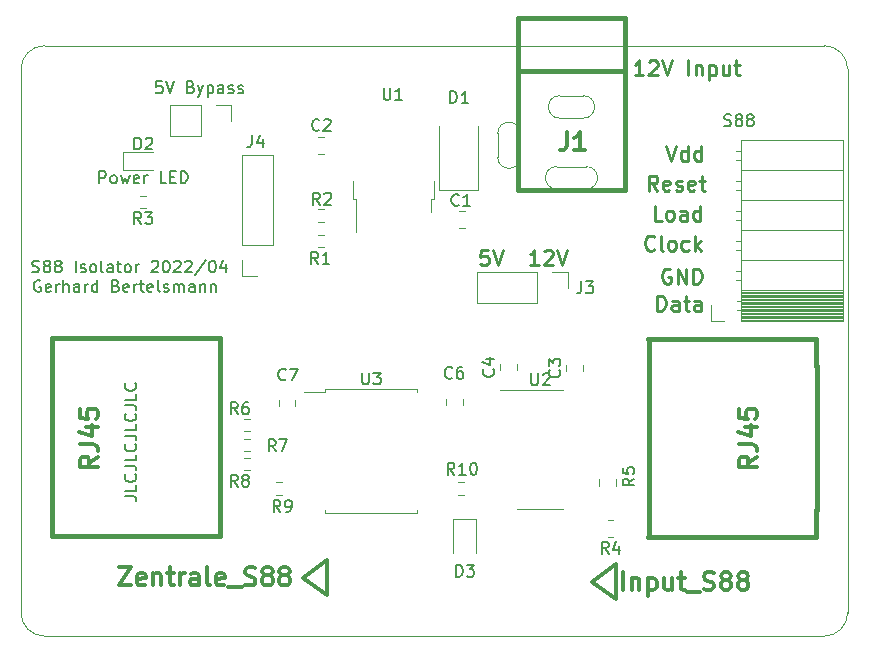
<source format=gto>
G04 #@! TF.GenerationSoftware,KiCad,Pcbnew,5.1.12-84ad8e8a86~92~ubuntu20.04.1*
G04 #@! TF.CreationDate,2022-04-03T14:17:38+02:00*
G04 #@! TF.ProjectId,s88iso,73383869-736f-42e6-9b69-6361645f7063,2020/08*
G04 #@! TF.SameCoordinates,Original*
G04 #@! TF.FileFunction,Legend,Top*
G04 #@! TF.FilePolarity,Positive*
%FSLAX46Y46*%
G04 Gerber Fmt 4.6, Leading zero omitted, Abs format (unit mm)*
G04 Created by KiCad (PCBNEW 5.1.12-84ad8e8a86~92~ubuntu20.04.1) date 2022-04-03 14:17:38*
%MOMM*%
%LPD*%
G01*
G04 APERTURE LIST*
%ADD10C,0.200000*%
%ADD11C,0.150000*%
%ADD12C,0.254000*%
%ADD13C,0.300000*%
G04 #@! TA.AperFunction,Profile*
%ADD14C,0.050000*%
G04 #@! TD*
%ADD15C,0.120000*%
%ADD16C,0.381000*%
%ADD17C,0.100000*%
%ADD18C,0.304800*%
G04 APERTURE END LIST*
D10*
X108773980Y-118157047D02*
X109488266Y-118157047D01*
X109631123Y-118204666D01*
X109726361Y-118299904D01*
X109773980Y-118442761D01*
X109773980Y-118538000D01*
X109773980Y-117204666D02*
X109773980Y-117680857D01*
X108773980Y-117680857D01*
X109678742Y-116299904D02*
X109726361Y-116347523D01*
X109773980Y-116490380D01*
X109773980Y-116585619D01*
X109726361Y-116728476D01*
X109631123Y-116823714D01*
X109535885Y-116871333D01*
X109345409Y-116918952D01*
X109202552Y-116918952D01*
X109012076Y-116871333D01*
X108916838Y-116823714D01*
X108821600Y-116728476D01*
X108773980Y-116585619D01*
X108773980Y-116490380D01*
X108821600Y-116347523D01*
X108869219Y-116299904D01*
X108773980Y-115585619D02*
X109488266Y-115585619D01*
X109631123Y-115633238D01*
X109726361Y-115728476D01*
X109773980Y-115871333D01*
X109773980Y-115966571D01*
X109773980Y-114633238D02*
X109773980Y-115109428D01*
X108773980Y-115109428D01*
X109678742Y-113728476D02*
X109726361Y-113776095D01*
X109773980Y-113918952D01*
X109773980Y-114014190D01*
X109726361Y-114157047D01*
X109631123Y-114252285D01*
X109535885Y-114299904D01*
X109345409Y-114347523D01*
X109202552Y-114347523D01*
X109012076Y-114299904D01*
X108916838Y-114252285D01*
X108821600Y-114157047D01*
X108773980Y-114014190D01*
X108773980Y-113918952D01*
X108821600Y-113776095D01*
X108869219Y-113728476D01*
X108773980Y-113014190D02*
X109488266Y-113014190D01*
X109631123Y-113061809D01*
X109726361Y-113157047D01*
X109773980Y-113299904D01*
X109773980Y-113395142D01*
X109773980Y-112061809D02*
X109773980Y-112538000D01*
X108773980Y-112538000D01*
X109678742Y-111157047D02*
X109726361Y-111204666D01*
X109773980Y-111347523D01*
X109773980Y-111442761D01*
X109726361Y-111585619D01*
X109631123Y-111680857D01*
X109535885Y-111728476D01*
X109345409Y-111776095D01*
X109202552Y-111776095D01*
X109012076Y-111728476D01*
X108916838Y-111680857D01*
X108821600Y-111585619D01*
X108773980Y-111442761D01*
X108773980Y-111347523D01*
X108821600Y-111204666D01*
X108869219Y-111157047D01*
X108773980Y-110442761D02*
X109488266Y-110442761D01*
X109631123Y-110490380D01*
X109726361Y-110585619D01*
X109773980Y-110728476D01*
X109773980Y-110823714D01*
X109773980Y-109490380D02*
X109773980Y-109966571D01*
X108773980Y-109966571D01*
X109678742Y-108585619D02*
X109726361Y-108633238D01*
X109773980Y-108776095D01*
X109773980Y-108871333D01*
X109726361Y-109014190D01*
X109631123Y-109109428D01*
X109535885Y-109157047D01*
X109345409Y-109204666D01*
X109202552Y-109204666D01*
X109012076Y-109157047D01*
X108916838Y-109109428D01*
X108821600Y-109014190D01*
X108773980Y-108871333D01*
X108773980Y-108776095D01*
X108821600Y-108633238D01*
X108869219Y-108585619D01*
D11*
X100956504Y-99147761D02*
X101099361Y-99195380D01*
X101337457Y-99195380D01*
X101432695Y-99147761D01*
X101480314Y-99100142D01*
X101527933Y-99004904D01*
X101527933Y-98909666D01*
X101480314Y-98814428D01*
X101432695Y-98766809D01*
X101337457Y-98719190D01*
X101146980Y-98671571D01*
X101051742Y-98623952D01*
X101004123Y-98576333D01*
X100956504Y-98481095D01*
X100956504Y-98385857D01*
X101004123Y-98290619D01*
X101051742Y-98243000D01*
X101146980Y-98195380D01*
X101385076Y-98195380D01*
X101527933Y-98243000D01*
X102099361Y-98623952D02*
X102004123Y-98576333D01*
X101956504Y-98528714D01*
X101908885Y-98433476D01*
X101908885Y-98385857D01*
X101956504Y-98290619D01*
X102004123Y-98243000D01*
X102099361Y-98195380D01*
X102289838Y-98195380D01*
X102385076Y-98243000D01*
X102432695Y-98290619D01*
X102480314Y-98385857D01*
X102480314Y-98433476D01*
X102432695Y-98528714D01*
X102385076Y-98576333D01*
X102289838Y-98623952D01*
X102099361Y-98623952D01*
X102004123Y-98671571D01*
X101956504Y-98719190D01*
X101908885Y-98814428D01*
X101908885Y-99004904D01*
X101956504Y-99100142D01*
X102004123Y-99147761D01*
X102099361Y-99195380D01*
X102289838Y-99195380D01*
X102385076Y-99147761D01*
X102432695Y-99100142D01*
X102480314Y-99004904D01*
X102480314Y-98814428D01*
X102432695Y-98719190D01*
X102385076Y-98671571D01*
X102289838Y-98623952D01*
X103051742Y-98623952D02*
X102956504Y-98576333D01*
X102908885Y-98528714D01*
X102861266Y-98433476D01*
X102861266Y-98385857D01*
X102908885Y-98290619D01*
X102956504Y-98243000D01*
X103051742Y-98195380D01*
X103242219Y-98195380D01*
X103337457Y-98243000D01*
X103385076Y-98290619D01*
X103432695Y-98385857D01*
X103432695Y-98433476D01*
X103385076Y-98528714D01*
X103337457Y-98576333D01*
X103242219Y-98623952D01*
X103051742Y-98623952D01*
X102956504Y-98671571D01*
X102908885Y-98719190D01*
X102861266Y-98814428D01*
X102861266Y-99004904D01*
X102908885Y-99100142D01*
X102956504Y-99147761D01*
X103051742Y-99195380D01*
X103242219Y-99195380D01*
X103337457Y-99147761D01*
X103385076Y-99100142D01*
X103432695Y-99004904D01*
X103432695Y-98814428D01*
X103385076Y-98719190D01*
X103337457Y-98671571D01*
X103242219Y-98623952D01*
X104623171Y-99195380D02*
X104623171Y-98195380D01*
X105051742Y-99147761D02*
X105146980Y-99195380D01*
X105337457Y-99195380D01*
X105432695Y-99147761D01*
X105480314Y-99052523D01*
X105480314Y-99004904D01*
X105432695Y-98909666D01*
X105337457Y-98862047D01*
X105194600Y-98862047D01*
X105099361Y-98814428D01*
X105051742Y-98719190D01*
X105051742Y-98671571D01*
X105099361Y-98576333D01*
X105194600Y-98528714D01*
X105337457Y-98528714D01*
X105432695Y-98576333D01*
X106051742Y-99195380D02*
X105956504Y-99147761D01*
X105908885Y-99100142D01*
X105861266Y-99004904D01*
X105861266Y-98719190D01*
X105908885Y-98623952D01*
X105956504Y-98576333D01*
X106051742Y-98528714D01*
X106194600Y-98528714D01*
X106289838Y-98576333D01*
X106337457Y-98623952D01*
X106385076Y-98719190D01*
X106385076Y-99004904D01*
X106337457Y-99100142D01*
X106289838Y-99147761D01*
X106194600Y-99195380D01*
X106051742Y-99195380D01*
X106956504Y-99195380D02*
X106861266Y-99147761D01*
X106813647Y-99052523D01*
X106813647Y-98195380D01*
X107766028Y-99195380D02*
X107766028Y-98671571D01*
X107718409Y-98576333D01*
X107623171Y-98528714D01*
X107432695Y-98528714D01*
X107337457Y-98576333D01*
X107766028Y-99147761D02*
X107670790Y-99195380D01*
X107432695Y-99195380D01*
X107337457Y-99147761D01*
X107289838Y-99052523D01*
X107289838Y-98957285D01*
X107337457Y-98862047D01*
X107432695Y-98814428D01*
X107670790Y-98814428D01*
X107766028Y-98766809D01*
X108099361Y-98528714D02*
X108480314Y-98528714D01*
X108242219Y-98195380D02*
X108242219Y-99052523D01*
X108289838Y-99147761D01*
X108385076Y-99195380D01*
X108480314Y-99195380D01*
X108956504Y-99195380D02*
X108861266Y-99147761D01*
X108813647Y-99100142D01*
X108766028Y-99004904D01*
X108766028Y-98719190D01*
X108813647Y-98623952D01*
X108861266Y-98576333D01*
X108956504Y-98528714D01*
X109099361Y-98528714D01*
X109194600Y-98576333D01*
X109242219Y-98623952D01*
X109289838Y-98719190D01*
X109289838Y-99004904D01*
X109242219Y-99100142D01*
X109194600Y-99147761D01*
X109099361Y-99195380D01*
X108956504Y-99195380D01*
X109718409Y-99195380D02*
X109718409Y-98528714D01*
X109718409Y-98719190D02*
X109766028Y-98623952D01*
X109813647Y-98576333D01*
X109908885Y-98528714D01*
X110004123Y-98528714D01*
X111051742Y-98290619D02*
X111099361Y-98243000D01*
X111194600Y-98195380D01*
X111432695Y-98195380D01*
X111527933Y-98243000D01*
X111575552Y-98290619D01*
X111623171Y-98385857D01*
X111623171Y-98481095D01*
X111575552Y-98623952D01*
X111004123Y-99195380D01*
X111623171Y-99195380D01*
X112242219Y-98195380D02*
X112337457Y-98195380D01*
X112432695Y-98243000D01*
X112480314Y-98290619D01*
X112527933Y-98385857D01*
X112575552Y-98576333D01*
X112575552Y-98814428D01*
X112527933Y-99004904D01*
X112480314Y-99100142D01*
X112432695Y-99147761D01*
X112337457Y-99195380D01*
X112242219Y-99195380D01*
X112146980Y-99147761D01*
X112099361Y-99100142D01*
X112051742Y-99004904D01*
X112004123Y-98814428D01*
X112004123Y-98576333D01*
X112051742Y-98385857D01*
X112099361Y-98290619D01*
X112146980Y-98243000D01*
X112242219Y-98195380D01*
X112956504Y-98290619D02*
X113004123Y-98243000D01*
X113099361Y-98195380D01*
X113337457Y-98195380D01*
X113432695Y-98243000D01*
X113480314Y-98290619D01*
X113527933Y-98385857D01*
X113527933Y-98481095D01*
X113480314Y-98623952D01*
X112908885Y-99195380D01*
X113527933Y-99195380D01*
X113908885Y-98290619D02*
X113956504Y-98243000D01*
X114051742Y-98195380D01*
X114289838Y-98195380D01*
X114385076Y-98243000D01*
X114432695Y-98290619D01*
X114480314Y-98385857D01*
X114480314Y-98481095D01*
X114432695Y-98623952D01*
X113861266Y-99195380D01*
X114480314Y-99195380D01*
X115623171Y-98147761D02*
X114766028Y-99433476D01*
X116146980Y-98195380D02*
X116242219Y-98195380D01*
X116337457Y-98243000D01*
X116385076Y-98290619D01*
X116432695Y-98385857D01*
X116480314Y-98576333D01*
X116480314Y-98814428D01*
X116432695Y-99004904D01*
X116385076Y-99100142D01*
X116337457Y-99147761D01*
X116242219Y-99195380D01*
X116146980Y-99195380D01*
X116051742Y-99147761D01*
X116004123Y-99100142D01*
X115956504Y-99004904D01*
X115908885Y-98814428D01*
X115908885Y-98576333D01*
X115956504Y-98385857D01*
X116004123Y-98290619D01*
X116051742Y-98243000D01*
X116146980Y-98195380D01*
X117337457Y-98528714D02*
X117337457Y-99195380D01*
X117099361Y-98147761D02*
X116861266Y-98862047D01*
X117480314Y-98862047D01*
X101646980Y-99893000D02*
X101551742Y-99845380D01*
X101408885Y-99845380D01*
X101266028Y-99893000D01*
X101170790Y-99988238D01*
X101123171Y-100083476D01*
X101075552Y-100273952D01*
X101075552Y-100416809D01*
X101123171Y-100607285D01*
X101170790Y-100702523D01*
X101266028Y-100797761D01*
X101408885Y-100845380D01*
X101504123Y-100845380D01*
X101646980Y-100797761D01*
X101694600Y-100750142D01*
X101694600Y-100416809D01*
X101504123Y-100416809D01*
X102504123Y-100797761D02*
X102408885Y-100845380D01*
X102218409Y-100845380D01*
X102123171Y-100797761D01*
X102075552Y-100702523D01*
X102075552Y-100321571D01*
X102123171Y-100226333D01*
X102218409Y-100178714D01*
X102408885Y-100178714D01*
X102504123Y-100226333D01*
X102551742Y-100321571D01*
X102551742Y-100416809D01*
X102075552Y-100512047D01*
X102980314Y-100845380D02*
X102980314Y-100178714D01*
X102980314Y-100369190D02*
X103027933Y-100273952D01*
X103075552Y-100226333D01*
X103170790Y-100178714D01*
X103266028Y-100178714D01*
X103599361Y-100845380D02*
X103599361Y-99845380D01*
X104027933Y-100845380D02*
X104027933Y-100321571D01*
X103980314Y-100226333D01*
X103885076Y-100178714D01*
X103742219Y-100178714D01*
X103646980Y-100226333D01*
X103599361Y-100273952D01*
X104932695Y-100845380D02*
X104932695Y-100321571D01*
X104885076Y-100226333D01*
X104789838Y-100178714D01*
X104599361Y-100178714D01*
X104504123Y-100226333D01*
X104932695Y-100797761D02*
X104837457Y-100845380D01*
X104599361Y-100845380D01*
X104504123Y-100797761D01*
X104456504Y-100702523D01*
X104456504Y-100607285D01*
X104504123Y-100512047D01*
X104599361Y-100464428D01*
X104837457Y-100464428D01*
X104932695Y-100416809D01*
X105408885Y-100845380D02*
X105408885Y-100178714D01*
X105408885Y-100369190D02*
X105456504Y-100273952D01*
X105504123Y-100226333D01*
X105599361Y-100178714D01*
X105694600Y-100178714D01*
X106456504Y-100845380D02*
X106456504Y-99845380D01*
X106456504Y-100797761D02*
X106361266Y-100845380D01*
X106170790Y-100845380D01*
X106075552Y-100797761D01*
X106027933Y-100750142D01*
X105980314Y-100654904D01*
X105980314Y-100369190D01*
X106027933Y-100273952D01*
X106075552Y-100226333D01*
X106170790Y-100178714D01*
X106361266Y-100178714D01*
X106456504Y-100226333D01*
X108027933Y-100321571D02*
X108170790Y-100369190D01*
X108218409Y-100416809D01*
X108266028Y-100512047D01*
X108266028Y-100654904D01*
X108218409Y-100750142D01*
X108170790Y-100797761D01*
X108075552Y-100845380D01*
X107694600Y-100845380D01*
X107694600Y-99845380D01*
X108027933Y-99845380D01*
X108123171Y-99893000D01*
X108170790Y-99940619D01*
X108218409Y-100035857D01*
X108218409Y-100131095D01*
X108170790Y-100226333D01*
X108123171Y-100273952D01*
X108027933Y-100321571D01*
X107694600Y-100321571D01*
X109075552Y-100797761D02*
X108980314Y-100845380D01*
X108789838Y-100845380D01*
X108694600Y-100797761D01*
X108646980Y-100702523D01*
X108646980Y-100321571D01*
X108694600Y-100226333D01*
X108789838Y-100178714D01*
X108980314Y-100178714D01*
X109075552Y-100226333D01*
X109123171Y-100321571D01*
X109123171Y-100416809D01*
X108646980Y-100512047D01*
X109551742Y-100845380D02*
X109551742Y-100178714D01*
X109551742Y-100369190D02*
X109599361Y-100273952D01*
X109646980Y-100226333D01*
X109742219Y-100178714D01*
X109837457Y-100178714D01*
X110027933Y-100178714D02*
X110408885Y-100178714D01*
X110170790Y-99845380D02*
X110170790Y-100702523D01*
X110218409Y-100797761D01*
X110313647Y-100845380D01*
X110408885Y-100845380D01*
X111123171Y-100797761D02*
X111027933Y-100845380D01*
X110837457Y-100845380D01*
X110742219Y-100797761D01*
X110694600Y-100702523D01*
X110694600Y-100321571D01*
X110742219Y-100226333D01*
X110837457Y-100178714D01*
X111027933Y-100178714D01*
X111123171Y-100226333D01*
X111170790Y-100321571D01*
X111170790Y-100416809D01*
X110694600Y-100512047D01*
X111742219Y-100845380D02*
X111646980Y-100797761D01*
X111599361Y-100702523D01*
X111599361Y-99845380D01*
X112075552Y-100797761D02*
X112170790Y-100845380D01*
X112361266Y-100845380D01*
X112456504Y-100797761D01*
X112504123Y-100702523D01*
X112504123Y-100654904D01*
X112456504Y-100559666D01*
X112361266Y-100512047D01*
X112218409Y-100512047D01*
X112123171Y-100464428D01*
X112075552Y-100369190D01*
X112075552Y-100321571D01*
X112123171Y-100226333D01*
X112218409Y-100178714D01*
X112361266Y-100178714D01*
X112456504Y-100226333D01*
X112932695Y-100845380D02*
X112932695Y-100178714D01*
X112932695Y-100273952D02*
X112980314Y-100226333D01*
X113075552Y-100178714D01*
X113218409Y-100178714D01*
X113313647Y-100226333D01*
X113361266Y-100321571D01*
X113361266Y-100845380D01*
X113361266Y-100321571D02*
X113408885Y-100226333D01*
X113504123Y-100178714D01*
X113646980Y-100178714D01*
X113742219Y-100226333D01*
X113789838Y-100321571D01*
X113789838Y-100845380D01*
X114694600Y-100845380D02*
X114694600Y-100321571D01*
X114646980Y-100226333D01*
X114551742Y-100178714D01*
X114361266Y-100178714D01*
X114266028Y-100226333D01*
X114694600Y-100797761D02*
X114599361Y-100845380D01*
X114361266Y-100845380D01*
X114266028Y-100797761D01*
X114218409Y-100702523D01*
X114218409Y-100607285D01*
X114266028Y-100512047D01*
X114361266Y-100464428D01*
X114599361Y-100464428D01*
X114694600Y-100416809D01*
X115170790Y-100178714D02*
X115170790Y-100845380D01*
X115170790Y-100273952D02*
X115218409Y-100226333D01*
X115313647Y-100178714D01*
X115456504Y-100178714D01*
X115551742Y-100226333D01*
X115599361Y-100321571D01*
X115599361Y-100845380D01*
X116075552Y-100178714D02*
X116075552Y-100845380D01*
X116075552Y-100273952D02*
X116123171Y-100226333D01*
X116218409Y-100178714D01*
X116361266Y-100178714D01*
X116456504Y-100226333D01*
X116504123Y-100321571D01*
X116504123Y-100845380D01*
D12*
X152703590Y-82514923D02*
X151977876Y-82514923D01*
X152340733Y-82514923D02*
X152340733Y-81244923D01*
X152219780Y-81426352D01*
X152098828Y-81547304D01*
X151977876Y-81607780D01*
X153187400Y-81365876D02*
X153247876Y-81305400D01*
X153368828Y-81244923D01*
X153671209Y-81244923D01*
X153792161Y-81305400D01*
X153852638Y-81365876D01*
X153913114Y-81486828D01*
X153913114Y-81607780D01*
X153852638Y-81789209D01*
X153126923Y-82514923D01*
X153913114Y-82514923D01*
X154275971Y-81244923D02*
X154699304Y-82514923D01*
X155122638Y-81244923D01*
X156513590Y-82514923D02*
X156513590Y-81244923D01*
X157118352Y-81668257D02*
X157118352Y-82514923D01*
X157118352Y-81789209D02*
X157178828Y-81728733D01*
X157299780Y-81668257D01*
X157481209Y-81668257D01*
X157602161Y-81728733D01*
X157662638Y-81849685D01*
X157662638Y-82514923D01*
X158267400Y-81668257D02*
X158267400Y-82938257D01*
X158267400Y-81728733D02*
X158388352Y-81668257D01*
X158630257Y-81668257D01*
X158751209Y-81728733D01*
X158811685Y-81789209D01*
X158872161Y-81910161D01*
X158872161Y-82273019D01*
X158811685Y-82393971D01*
X158751209Y-82454447D01*
X158630257Y-82514923D01*
X158388352Y-82514923D01*
X158267400Y-82454447D01*
X159960733Y-81668257D02*
X159960733Y-82514923D01*
X159416447Y-81668257D02*
X159416447Y-82333495D01*
X159476923Y-82454447D01*
X159597876Y-82514923D01*
X159779304Y-82514923D01*
X159900257Y-82454447D01*
X159960733Y-82393971D01*
X160384066Y-81668257D02*
X160867876Y-81668257D01*
X160565495Y-81244923D02*
X160565495Y-82333495D01*
X160625971Y-82454447D01*
X160746923Y-82514923D01*
X160867876Y-82514923D01*
X154988380Y-98933000D02*
X154867428Y-98872523D01*
X154686000Y-98872523D01*
X154504571Y-98933000D01*
X154383619Y-99053952D01*
X154323142Y-99174904D01*
X154262666Y-99416809D01*
X154262666Y-99598238D01*
X154323142Y-99840142D01*
X154383619Y-99961095D01*
X154504571Y-100082047D01*
X154686000Y-100142523D01*
X154806952Y-100142523D01*
X154988380Y-100082047D01*
X155048857Y-100021571D01*
X155048857Y-99598238D01*
X154806952Y-99598238D01*
X155593142Y-100142523D02*
X155593142Y-98872523D01*
X156318857Y-100142523D01*
X156318857Y-98872523D01*
X156923619Y-100142523D02*
X156923619Y-98872523D01*
X157226000Y-98872523D01*
X157407428Y-98933000D01*
X157528380Y-99053952D01*
X157588857Y-99174904D01*
X157649333Y-99416809D01*
X157649333Y-99598238D01*
X157588857Y-99840142D01*
X157528380Y-99961095D01*
X157407428Y-100082047D01*
X157226000Y-100142523D01*
X156923619Y-100142523D01*
X153857476Y-102428523D02*
X153857476Y-101158523D01*
X154159857Y-101158523D01*
X154341285Y-101219000D01*
X154462238Y-101339952D01*
X154522714Y-101460904D01*
X154583190Y-101702809D01*
X154583190Y-101884238D01*
X154522714Y-102126142D01*
X154462238Y-102247095D01*
X154341285Y-102368047D01*
X154159857Y-102428523D01*
X153857476Y-102428523D01*
X155671761Y-102428523D02*
X155671761Y-101763285D01*
X155611285Y-101642333D01*
X155490333Y-101581857D01*
X155248428Y-101581857D01*
X155127476Y-101642333D01*
X155671761Y-102368047D02*
X155550809Y-102428523D01*
X155248428Y-102428523D01*
X155127476Y-102368047D01*
X155067000Y-102247095D01*
X155067000Y-102126142D01*
X155127476Y-102005190D01*
X155248428Y-101944714D01*
X155550809Y-101944714D01*
X155671761Y-101884238D01*
X156095095Y-101581857D02*
X156578904Y-101581857D01*
X156276523Y-101158523D02*
X156276523Y-102247095D01*
X156337000Y-102368047D01*
X156457952Y-102428523D01*
X156578904Y-102428523D01*
X157546523Y-102428523D02*
X157546523Y-101763285D01*
X157486047Y-101642333D01*
X157365095Y-101581857D01*
X157123190Y-101581857D01*
X157002238Y-101642333D01*
X157546523Y-102368047D02*
X157425571Y-102428523D01*
X157123190Y-102428523D01*
X157002238Y-102368047D01*
X156941761Y-102247095D01*
X156941761Y-102126142D01*
X157002238Y-102005190D01*
X157123190Y-101944714D01*
X157425571Y-101944714D01*
X157546523Y-101884238D01*
X153621619Y-97227571D02*
X153561142Y-97288047D01*
X153379714Y-97348523D01*
X153258761Y-97348523D01*
X153077333Y-97288047D01*
X152956380Y-97167095D01*
X152895904Y-97046142D01*
X152835428Y-96804238D01*
X152835428Y-96622809D01*
X152895904Y-96380904D01*
X152956380Y-96259952D01*
X153077333Y-96139000D01*
X153258761Y-96078523D01*
X153379714Y-96078523D01*
X153561142Y-96139000D01*
X153621619Y-96199476D01*
X154347333Y-97348523D02*
X154226380Y-97288047D01*
X154165904Y-97167095D01*
X154165904Y-96078523D01*
X155012571Y-97348523D02*
X154891619Y-97288047D01*
X154831142Y-97227571D01*
X154770666Y-97106619D01*
X154770666Y-96743761D01*
X154831142Y-96622809D01*
X154891619Y-96562333D01*
X155012571Y-96501857D01*
X155194000Y-96501857D01*
X155314952Y-96562333D01*
X155375428Y-96622809D01*
X155435904Y-96743761D01*
X155435904Y-97106619D01*
X155375428Y-97227571D01*
X155314952Y-97288047D01*
X155194000Y-97348523D01*
X155012571Y-97348523D01*
X156524476Y-97288047D02*
X156403523Y-97348523D01*
X156161619Y-97348523D01*
X156040666Y-97288047D01*
X155980190Y-97227571D01*
X155919714Y-97106619D01*
X155919714Y-96743761D01*
X155980190Y-96622809D01*
X156040666Y-96562333D01*
X156161619Y-96501857D01*
X156403523Y-96501857D01*
X156524476Y-96562333D01*
X157068761Y-97348523D02*
X157068761Y-96078523D01*
X157189714Y-96864714D02*
X157552571Y-97348523D01*
X157552571Y-96501857D02*
X157068761Y-96985666D01*
X153875619Y-92268523D02*
X153452285Y-91663761D01*
X153149904Y-92268523D02*
X153149904Y-90998523D01*
X153633714Y-90998523D01*
X153754666Y-91059000D01*
X153815142Y-91119476D01*
X153875619Y-91240428D01*
X153875619Y-91421857D01*
X153815142Y-91542809D01*
X153754666Y-91603285D01*
X153633714Y-91663761D01*
X153149904Y-91663761D01*
X154903714Y-92208047D02*
X154782761Y-92268523D01*
X154540857Y-92268523D01*
X154419904Y-92208047D01*
X154359428Y-92087095D01*
X154359428Y-91603285D01*
X154419904Y-91482333D01*
X154540857Y-91421857D01*
X154782761Y-91421857D01*
X154903714Y-91482333D01*
X154964190Y-91603285D01*
X154964190Y-91724238D01*
X154359428Y-91845190D01*
X155448000Y-92208047D02*
X155568952Y-92268523D01*
X155810857Y-92268523D01*
X155931809Y-92208047D01*
X155992285Y-92087095D01*
X155992285Y-92026619D01*
X155931809Y-91905666D01*
X155810857Y-91845190D01*
X155629428Y-91845190D01*
X155508476Y-91784714D01*
X155448000Y-91663761D01*
X155448000Y-91603285D01*
X155508476Y-91482333D01*
X155629428Y-91421857D01*
X155810857Y-91421857D01*
X155931809Y-91482333D01*
X157020380Y-92208047D02*
X156899428Y-92268523D01*
X156657523Y-92268523D01*
X156536571Y-92208047D01*
X156476095Y-92087095D01*
X156476095Y-91603285D01*
X156536571Y-91482333D01*
X156657523Y-91421857D01*
X156899428Y-91421857D01*
X157020380Y-91482333D01*
X157080857Y-91603285D01*
X157080857Y-91724238D01*
X156476095Y-91845190D01*
X157443714Y-91421857D02*
X157927523Y-91421857D01*
X157625142Y-90998523D02*
X157625142Y-92087095D01*
X157685619Y-92208047D01*
X157806571Y-92268523D01*
X157927523Y-92268523D01*
X154244523Y-94808523D02*
X153639761Y-94808523D01*
X153639761Y-93538523D01*
X154849285Y-94808523D02*
X154728333Y-94748047D01*
X154667857Y-94687571D01*
X154607380Y-94566619D01*
X154607380Y-94203761D01*
X154667857Y-94082809D01*
X154728333Y-94022333D01*
X154849285Y-93961857D01*
X155030714Y-93961857D01*
X155151666Y-94022333D01*
X155212142Y-94082809D01*
X155272619Y-94203761D01*
X155272619Y-94566619D01*
X155212142Y-94687571D01*
X155151666Y-94748047D01*
X155030714Y-94808523D01*
X154849285Y-94808523D01*
X156361190Y-94808523D02*
X156361190Y-94143285D01*
X156300714Y-94022333D01*
X156179761Y-93961857D01*
X155937857Y-93961857D01*
X155816904Y-94022333D01*
X156361190Y-94748047D02*
X156240238Y-94808523D01*
X155937857Y-94808523D01*
X155816904Y-94748047D01*
X155756428Y-94627095D01*
X155756428Y-94506142D01*
X155816904Y-94385190D01*
X155937857Y-94324714D01*
X156240238Y-94324714D01*
X156361190Y-94264238D01*
X157510238Y-94808523D02*
X157510238Y-93538523D01*
X157510238Y-94748047D02*
X157389285Y-94808523D01*
X157147380Y-94808523D01*
X157026428Y-94748047D01*
X156965952Y-94687571D01*
X156905476Y-94566619D01*
X156905476Y-94203761D01*
X156965952Y-94082809D01*
X157026428Y-94022333D01*
X157147380Y-93961857D01*
X157389285Y-93961857D01*
X157510238Y-94022333D01*
X154637619Y-88458523D02*
X155060952Y-89728523D01*
X155484285Y-88458523D01*
X156451904Y-89728523D02*
X156451904Y-88458523D01*
X156451904Y-89668047D02*
X156330952Y-89728523D01*
X156089047Y-89728523D01*
X155968095Y-89668047D01*
X155907619Y-89607571D01*
X155847142Y-89486619D01*
X155847142Y-89123761D01*
X155907619Y-89002809D01*
X155968095Y-88942333D01*
X156089047Y-88881857D01*
X156330952Y-88881857D01*
X156451904Y-88942333D01*
X157600952Y-89728523D02*
X157600952Y-88458523D01*
X157600952Y-89668047D02*
X157480000Y-89728523D01*
X157238095Y-89728523D01*
X157117142Y-89668047D01*
X157056666Y-89607571D01*
X156996190Y-89486619D01*
X156996190Y-89123761D01*
X157056666Y-89002809D01*
X157117142Y-88942333D01*
X157238095Y-88881857D01*
X157480000Y-88881857D01*
X157600952Y-88942333D01*
X139536666Y-97304523D02*
X138931904Y-97304523D01*
X138871428Y-97909285D01*
X138931904Y-97848809D01*
X139052857Y-97788333D01*
X139355238Y-97788333D01*
X139476190Y-97848809D01*
X139536666Y-97909285D01*
X139597142Y-98030238D01*
X139597142Y-98332619D01*
X139536666Y-98453571D01*
X139476190Y-98514047D01*
X139355238Y-98574523D01*
X139052857Y-98574523D01*
X138931904Y-98514047D01*
X138871428Y-98453571D01*
X139960000Y-97304523D02*
X140383333Y-98574523D01*
X140806666Y-97304523D01*
X143830476Y-98574523D02*
X143104761Y-98574523D01*
X143467619Y-98574523D02*
X143467619Y-97304523D01*
X143346666Y-97485952D01*
X143225714Y-97606904D01*
X143104761Y-97667380D01*
X144314285Y-97425476D02*
X144374761Y-97365000D01*
X144495714Y-97304523D01*
X144798095Y-97304523D01*
X144919047Y-97365000D01*
X144979523Y-97425476D01*
X145040000Y-97546428D01*
X145040000Y-97667380D01*
X144979523Y-97848809D01*
X144253809Y-98574523D01*
X145040000Y-98574523D01*
X145402857Y-97304523D02*
X145826190Y-98574523D01*
X146249523Y-97304523D01*
D13*
X150338200Y-123891800D02*
X150338200Y-126891800D01*
X148338200Y-125391800D02*
X150338200Y-123891800D01*
X150338200Y-126891800D02*
X148338200Y-125391800D01*
X123912000Y-125036200D02*
X125912000Y-123536200D01*
X125912000Y-126536200D02*
X123912000Y-125036200D01*
X125912000Y-123536200D02*
X125912000Y-126536200D01*
D14*
X100000000Y-128000000D02*
X100000000Y-82000000D01*
X168000000Y-130000000D02*
X102000000Y-130000000D01*
X170000000Y-82000000D02*
X170000000Y-128000000D01*
X168000000Y-80000000D02*
X102000000Y-80000000D01*
X100000000Y-82000000D02*
G75*
G02*
X102000000Y-80000000I2000000J0D01*
G01*
X168000000Y-80000000D02*
G75*
G02*
X170000000Y-82000000I0J-2000000D01*
G01*
X170000000Y-128000000D02*
G75*
G02*
X168000000Y-130000000I-2000000J0D01*
G01*
X102000000Y-130000000D02*
G75*
G02*
X100000000Y-128000000I0J2000000D01*
G01*
D15*
X143967200Y-109138400D02*
X140517200Y-109138400D01*
X143967200Y-109138400D02*
X145917200Y-109138400D01*
X143967200Y-119258400D02*
X142017200Y-119258400D01*
X143967200Y-119258400D02*
X145917200Y-119258400D01*
X125781600Y-109320400D02*
X123966600Y-109320400D01*
X125781600Y-109065400D02*
X125781600Y-109320400D01*
X129641600Y-109065400D02*
X125781600Y-109065400D01*
X133501600Y-109065400D02*
X133501600Y-109320400D01*
X129641600Y-109065400D02*
X133501600Y-109065400D01*
X125781600Y-119585400D02*
X125781600Y-119330400D01*
X129641600Y-119585400D02*
X125781600Y-119585400D01*
X133501600Y-119585400D02*
X133501600Y-119330400D01*
X129641600Y-119585400D02*
X133501600Y-119585400D01*
X135408400Y-92198400D02*
X135408400Y-86798400D01*
X138708400Y-92198400D02*
X138708400Y-86798400D01*
X135408400Y-92198400D02*
X138708400Y-92198400D01*
D16*
X167362200Y-119329200D02*
X167362200Y-107137200D01*
X153138200Y-121488200D02*
X153138200Y-104978200D01*
X167335200Y-104851200D02*
X167335200Y-107137200D01*
X153111200Y-104851200D02*
X167335200Y-104851200D01*
X167335200Y-121615200D02*
X167335200Y-119329200D01*
X153111200Y-121615200D02*
X167335200Y-121615200D01*
D15*
X137541724Y-118022900D02*
X137032276Y-118022900D01*
X137541724Y-116977900D02*
X137032276Y-116977900D01*
X122073124Y-118022900D02*
X121563676Y-118022900D01*
X122073124Y-116977900D02*
X121563676Y-116977900D01*
X121819600Y-109977422D02*
X121819600Y-110494578D01*
X123239600Y-109977422D02*
X123239600Y-110494578D01*
X137387400Y-109924322D02*
X137387400Y-110441478D01*
X135967400Y-109924322D02*
X135967400Y-110441478D01*
X150137864Y-121639000D02*
X149683736Y-121639000D01*
X150137864Y-120169000D02*
X149683736Y-120169000D01*
X128070200Y-91463400D02*
X128070200Y-92963400D01*
X128070200Y-92963400D02*
X128340200Y-92963400D01*
X128340200Y-92963400D02*
X128340200Y-95793400D01*
X134970200Y-91463400D02*
X134970200Y-92963400D01*
X134970200Y-92963400D02*
X134700200Y-92963400D01*
X134700200Y-92963400D02*
X134700200Y-94063400D01*
X119380724Y-115940100D02*
X118871276Y-115940100D01*
X119380724Y-114895100D02*
X118871276Y-114895100D01*
X119380724Y-114314500D02*
X118871276Y-114314500D01*
X119380724Y-113269500D02*
X118871276Y-113269500D01*
X119380724Y-112638100D02*
X118871276Y-112638100D01*
X119380724Y-111593100D02*
X118871276Y-111593100D01*
X110082876Y-92695500D02*
X110592324Y-92695500D01*
X110082876Y-93740500D02*
X110592324Y-93740500D01*
X125679924Y-94908900D02*
X125170476Y-94908900D01*
X125679924Y-93863900D02*
X125170476Y-93863900D01*
X125170476Y-96022900D02*
X125679924Y-96022900D01*
X125170476Y-97067900D02*
X125679924Y-97067900D01*
X138526400Y-122920000D02*
X138526400Y-120060000D01*
X138526400Y-120060000D02*
X136606400Y-120060000D01*
X136606400Y-120060000D02*
X136606400Y-122920000D01*
X111137600Y-89028600D02*
X108677600Y-89028600D01*
X108677600Y-89028600D02*
X108677600Y-90498600D01*
X108677600Y-90498600D02*
X111137600Y-90498600D01*
X125686452Y-89177800D02*
X125163948Y-89177800D01*
X125686452Y-87707800D02*
X125163948Y-87707800D01*
X146330000Y-99170000D02*
X146330000Y-100500000D01*
X145000000Y-99170000D02*
X146330000Y-99170000D01*
X143730000Y-99170000D02*
X143730000Y-101830000D01*
X143730000Y-101830000D02*
X138590000Y-101830000D01*
X143730000Y-99170000D02*
X138590000Y-99170000D01*
X138590000Y-99170000D02*
X138590000Y-101830000D01*
D16*
X116851000Y-104767000D02*
X102627000Y-104767000D01*
X102627000Y-104767000D02*
X102627000Y-107053000D01*
X116851000Y-121531000D02*
X102627000Y-121531000D01*
X102627000Y-121531000D02*
X102627000Y-119245000D01*
X116824000Y-104894000D02*
X116824000Y-121404000D01*
X102600000Y-107053000D02*
X102600000Y-119245000D01*
D15*
X121345000Y-96901000D02*
X118685000Y-96901000D01*
X121345000Y-96901000D02*
X121345000Y-89221000D01*
X121345000Y-89221000D02*
X118685000Y-89221000D01*
X118685000Y-96901000D02*
X118685000Y-89221000D01*
X118685000Y-99501000D02*
X118685000Y-98171000D01*
X120015000Y-99501000D02*
X118685000Y-99501000D01*
X137053822Y-93981200D02*
X137570978Y-93981200D01*
X137053822Y-95401200D02*
X137570978Y-95401200D01*
X141984800Y-107497378D02*
X141984800Y-106980222D01*
X140564800Y-107497378D02*
X140564800Y-106980222D01*
D16*
X151109680Y-92237560D02*
X151109680Y-77637640D01*
X142107920Y-92237560D02*
X151109680Y-92237560D01*
X142107920Y-77637640D02*
X142107920Y-92237560D01*
X151109680Y-77637640D02*
X142107920Y-77637640D01*
X151109680Y-82138520D02*
X142107920Y-82138520D01*
D15*
X148946800Y-117250978D02*
X148946800Y-116733822D01*
X150366800Y-117250978D02*
X150366800Y-116733822D01*
X159512000Y-103330000D02*
X158402000Y-103330000D01*
X158402000Y-103330000D02*
X158402000Y-102000000D01*
X169602000Y-103330000D02*
X169602000Y-87970000D01*
X169602000Y-87970000D02*
X160972000Y-87970000D01*
X160972000Y-103330000D02*
X160972000Y-87970000D01*
X169602000Y-103330000D02*
X160972000Y-103330000D01*
X169602000Y-90570000D02*
X160972000Y-90570000D01*
X169602000Y-93110000D02*
X160972000Y-93110000D01*
X169602000Y-95650000D02*
X160972000Y-95650000D01*
X169602000Y-98190000D02*
X160972000Y-98190000D01*
X169602000Y-100730000D02*
X160972000Y-100730000D01*
X160972000Y-88940000D02*
X160562000Y-88940000D01*
X160972000Y-89660000D02*
X160562000Y-89660000D01*
X160972000Y-91480000D02*
X160562000Y-91480000D01*
X160972000Y-92200000D02*
X160562000Y-92200000D01*
X160972000Y-94020000D02*
X160562000Y-94020000D01*
X160972000Y-94740000D02*
X160562000Y-94740000D01*
X160972000Y-96560000D02*
X160562000Y-96560000D01*
X160972000Y-97280000D02*
X160562000Y-97280000D01*
X160972000Y-99100000D02*
X160562000Y-99100000D01*
X160972000Y-99820000D02*
X160562000Y-99820000D01*
X160972000Y-101640000D02*
X160622000Y-101640000D01*
X160972000Y-102360000D02*
X160622000Y-102360000D01*
X169602000Y-100848100D02*
X160972000Y-100848100D01*
X169602000Y-100966195D02*
X160972000Y-100966195D01*
X169602000Y-101084290D02*
X160972000Y-101084290D01*
X169602000Y-101202385D02*
X160972000Y-101202385D01*
X169602000Y-101320480D02*
X160972000Y-101320480D01*
X169602000Y-101438575D02*
X160972000Y-101438575D01*
X169602000Y-101556670D02*
X160972000Y-101556670D01*
X169602000Y-101674765D02*
X160972000Y-101674765D01*
X169602000Y-101792860D02*
X160972000Y-101792860D01*
X169602000Y-101910955D02*
X160972000Y-101910955D01*
X169602000Y-102029050D02*
X160972000Y-102029050D01*
X169602000Y-102147145D02*
X160972000Y-102147145D01*
X169602000Y-102265240D02*
X160972000Y-102265240D01*
X169602000Y-102383335D02*
X160972000Y-102383335D01*
X169602000Y-102501430D02*
X160972000Y-102501430D01*
X169602000Y-102619525D02*
X160972000Y-102619525D01*
X169602000Y-102737620D02*
X160972000Y-102737620D01*
X169602000Y-102855715D02*
X160972000Y-102855715D01*
X169602000Y-102973810D02*
X160972000Y-102973810D01*
X169602000Y-103091905D02*
X160972000Y-103091905D01*
X169602000Y-103210000D02*
X160972000Y-103210000D01*
X147572800Y-107548178D02*
X147572800Y-107031022D01*
X146152800Y-107548178D02*
X146152800Y-107031022D01*
X117814400Y-85030000D02*
X117814400Y-86360000D01*
X116484400Y-85030000D02*
X117814400Y-85030000D01*
X115214400Y-85030000D02*
X115214400Y-87690000D01*
X115214400Y-87690000D02*
X112614400Y-87690000D01*
X115214400Y-85030000D02*
X112614400Y-85030000D01*
X112614400Y-85030000D02*
X112614400Y-87690000D01*
D17*
X142257310Y-89438480D02*
X142257310Y-87436960D01*
X140358330Y-89438480D02*
X140358330Y-87436960D01*
X142257310Y-87436960D02*
G75*
G03*
X140358330Y-87436960I-949490J0D01*
G01*
X140358330Y-89438480D02*
G75*
G03*
X142257310Y-89438480I949490J0D01*
G01*
X147609560Y-84237030D02*
X145608040Y-84237030D01*
X147609560Y-86136010D02*
X145608040Y-86136010D01*
X145608040Y-84237030D02*
G75*
G03*
X145608040Y-86136010I0J-949490D01*
G01*
X147609560Y-86136010D02*
G75*
G03*
X147609560Y-84237030I0J949490D01*
G01*
X147859750Y-90239050D02*
X145357850Y-90239050D01*
X147859750Y-92138030D02*
X145357850Y-92138030D01*
X145357850Y-90239050D02*
G75*
G03*
X145357850Y-92138030I0J-949490D01*
G01*
X147859750Y-92138030D02*
G75*
G03*
X147859750Y-90239050I0J949490D01*
G01*
D11*
X143205295Y-107750780D02*
X143205295Y-108560304D01*
X143252914Y-108655542D01*
X143300533Y-108703161D01*
X143395771Y-108750780D01*
X143586247Y-108750780D01*
X143681485Y-108703161D01*
X143729104Y-108655542D01*
X143776723Y-108560304D01*
X143776723Y-107750780D01*
X144205295Y-107846019D02*
X144252914Y-107798400D01*
X144348152Y-107750780D01*
X144586247Y-107750780D01*
X144681485Y-107798400D01*
X144729104Y-107846019D01*
X144776723Y-107941257D01*
X144776723Y-108036495D01*
X144729104Y-108179352D01*
X144157676Y-108750780D01*
X144776723Y-108750780D01*
X128879695Y-107677780D02*
X128879695Y-108487304D01*
X128927314Y-108582542D01*
X128974933Y-108630161D01*
X129070171Y-108677780D01*
X129260647Y-108677780D01*
X129355885Y-108630161D01*
X129403504Y-108582542D01*
X129451123Y-108487304D01*
X129451123Y-107677780D01*
X129832076Y-107677780D02*
X130451123Y-107677780D01*
X130117790Y-108058733D01*
X130260647Y-108058733D01*
X130355885Y-108106352D01*
X130403504Y-108153971D01*
X130451123Y-108249209D01*
X130451123Y-108487304D01*
X130403504Y-108582542D01*
X130355885Y-108630161D01*
X130260647Y-108677780D01*
X129974933Y-108677780D01*
X129879695Y-108630161D01*
X129832076Y-108582542D01*
X136345704Y-84856580D02*
X136345704Y-83856580D01*
X136583800Y-83856580D01*
X136726657Y-83904200D01*
X136821895Y-83999438D01*
X136869514Y-84094676D01*
X136917133Y-84285152D01*
X136917133Y-84428009D01*
X136869514Y-84618485D01*
X136821895Y-84713723D01*
X136726657Y-84808961D01*
X136583800Y-84856580D01*
X136345704Y-84856580D01*
X137869514Y-84856580D02*
X137298085Y-84856580D01*
X137583800Y-84856580D02*
X137583800Y-83856580D01*
X137488561Y-83999438D01*
X137393323Y-84094676D01*
X137298085Y-84142295D01*
D18*
X150984971Y-126097228D02*
X150984971Y-124573228D01*
X151710685Y-125081228D02*
X151710685Y-126097228D01*
X151710685Y-125226371D02*
X151783257Y-125153800D01*
X151928400Y-125081228D01*
X152146114Y-125081228D01*
X152291257Y-125153800D01*
X152363828Y-125298942D01*
X152363828Y-126097228D01*
X153089542Y-125081228D02*
X153089542Y-126605228D01*
X153089542Y-125153800D02*
X153234685Y-125081228D01*
X153524971Y-125081228D01*
X153670114Y-125153800D01*
X153742685Y-125226371D01*
X153815257Y-125371514D01*
X153815257Y-125806942D01*
X153742685Y-125952085D01*
X153670114Y-126024657D01*
X153524971Y-126097228D01*
X153234685Y-126097228D01*
X153089542Y-126024657D01*
X155121542Y-125081228D02*
X155121542Y-126097228D01*
X154468400Y-125081228D02*
X154468400Y-125879514D01*
X154540971Y-126024657D01*
X154686114Y-126097228D01*
X154903828Y-126097228D01*
X155048971Y-126024657D01*
X155121542Y-125952085D01*
X155629542Y-125081228D02*
X156210114Y-125081228D01*
X155847257Y-124573228D02*
X155847257Y-125879514D01*
X155919828Y-126024657D01*
X156064971Y-126097228D01*
X156210114Y-126097228D01*
X156355257Y-126242371D02*
X157516400Y-126242371D01*
X157806685Y-126024657D02*
X158024400Y-126097228D01*
X158387257Y-126097228D01*
X158532400Y-126024657D01*
X158604971Y-125952085D01*
X158677542Y-125806942D01*
X158677542Y-125661800D01*
X158604971Y-125516657D01*
X158532400Y-125444085D01*
X158387257Y-125371514D01*
X158096971Y-125298942D01*
X157951828Y-125226371D01*
X157879257Y-125153800D01*
X157806685Y-125008657D01*
X157806685Y-124863514D01*
X157879257Y-124718371D01*
X157951828Y-124645800D01*
X158096971Y-124573228D01*
X158459828Y-124573228D01*
X158677542Y-124645800D01*
X159548400Y-125226371D02*
X159403257Y-125153800D01*
X159330685Y-125081228D01*
X159258114Y-124936085D01*
X159258114Y-124863514D01*
X159330685Y-124718371D01*
X159403257Y-124645800D01*
X159548400Y-124573228D01*
X159838685Y-124573228D01*
X159983828Y-124645800D01*
X160056400Y-124718371D01*
X160128971Y-124863514D01*
X160128971Y-124936085D01*
X160056400Y-125081228D01*
X159983828Y-125153800D01*
X159838685Y-125226371D01*
X159548400Y-125226371D01*
X159403257Y-125298942D01*
X159330685Y-125371514D01*
X159258114Y-125516657D01*
X159258114Y-125806942D01*
X159330685Y-125952085D01*
X159403257Y-126024657D01*
X159548400Y-126097228D01*
X159838685Y-126097228D01*
X159983828Y-126024657D01*
X160056400Y-125952085D01*
X160128971Y-125806942D01*
X160128971Y-125516657D01*
X160056400Y-125371514D01*
X159983828Y-125298942D01*
X159838685Y-125226371D01*
X160999828Y-125226371D02*
X160854685Y-125153800D01*
X160782114Y-125081228D01*
X160709542Y-124936085D01*
X160709542Y-124863514D01*
X160782114Y-124718371D01*
X160854685Y-124645800D01*
X160999828Y-124573228D01*
X161290114Y-124573228D01*
X161435257Y-124645800D01*
X161507828Y-124718371D01*
X161580400Y-124863514D01*
X161580400Y-124936085D01*
X161507828Y-125081228D01*
X161435257Y-125153800D01*
X161290114Y-125226371D01*
X160999828Y-125226371D01*
X160854685Y-125298942D01*
X160782114Y-125371514D01*
X160709542Y-125516657D01*
X160709542Y-125806942D01*
X160782114Y-125952085D01*
X160854685Y-126024657D01*
X160999828Y-126097228D01*
X161290114Y-126097228D01*
X161435257Y-126024657D01*
X161507828Y-125952085D01*
X161580400Y-125806942D01*
X161580400Y-125516657D01*
X161507828Y-125371514D01*
X161435257Y-125298942D01*
X161290114Y-125226371D01*
X162320628Y-114793485D02*
X161594914Y-115301485D01*
X162320628Y-115664342D02*
X160796628Y-115664342D01*
X160796628Y-115083771D01*
X160869200Y-114938628D01*
X160941771Y-114866057D01*
X161086914Y-114793485D01*
X161304628Y-114793485D01*
X161449771Y-114866057D01*
X161522342Y-114938628D01*
X161594914Y-115083771D01*
X161594914Y-115664342D01*
X160796628Y-113704914D02*
X161885200Y-113704914D01*
X162102914Y-113777485D01*
X162248057Y-113922628D01*
X162320628Y-114140342D01*
X162320628Y-114285485D01*
X161304628Y-112326057D02*
X162320628Y-112326057D01*
X160724057Y-112688914D02*
X161812628Y-113051771D01*
X161812628Y-112108342D01*
X160796628Y-110802057D02*
X160796628Y-111527771D01*
X161522342Y-111600342D01*
X161449771Y-111527771D01*
X161377200Y-111382628D01*
X161377200Y-111019771D01*
X161449771Y-110874628D01*
X161522342Y-110802057D01*
X161667485Y-110729485D01*
X162030342Y-110729485D01*
X162175485Y-110802057D01*
X162248057Y-110874628D01*
X162320628Y-111019771D01*
X162320628Y-111382628D01*
X162248057Y-111527771D01*
X162175485Y-111600342D01*
D11*
X136693042Y-116327180D02*
X136359709Y-115850990D01*
X136121614Y-116327180D02*
X136121614Y-115327180D01*
X136502566Y-115327180D01*
X136597804Y-115374800D01*
X136645423Y-115422419D01*
X136693042Y-115517657D01*
X136693042Y-115660514D01*
X136645423Y-115755752D01*
X136597804Y-115803371D01*
X136502566Y-115850990D01*
X136121614Y-115850990D01*
X137645423Y-116327180D02*
X137073995Y-116327180D01*
X137359709Y-116327180D02*
X137359709Y-115327180D01*
X137264471Y-115470038D01*
X137169233Y-115565276D01*
X137073995Y-115612895D01*
X138264471Y-115327180D02*
X138359709Y-115327180D01*
X138454947Y-115374800D01*
X138502566Y-115422419D01*
X138550185Y-115517657D01*
X138597804Y-115708133D01*
X138597804Y-115946228D01*
X138550185Y-116136704D01*
X138502566Y-116231942D01*
X138454947Y-116279561D01*
X138359709Y-116327180D01*
X138264471Y-116327180D01*
X138169233Y-116279561D01*
X138121614Y-116231942D01*
X138073995Y-116136704D01*
X138026376Y-115946228D01*
X138026376Y-115708133D01*
X138073995Y-115517657D01*
X138121614Y-115422419D01*
X138169233Y-115374800D01*
X138264471Y-115327180D01*
X121956533Y-119476780D02*
X121623200Y-119000590D01*
X121385104Y-119476780D02*
X121385104Y-118476780D01*
X121766057Y-118476780D01*
X121861295Y-118524400D01*
X121908914Y-118572019D01*
X121956533Y-118667257D01*
X121956533Y-118810114D01*
X121908914Y-118905352D01*
X121861295Y-118952971D01*
X121766057Y-119000590D01*
X121385104Y-119000590D01*
X122432723Y-119476780D02*
X122623200Y-119476780D01*
X122718438Y-119429161D01*
X122766057Y-119381542D01*
X122861295Y-119238685D01*
X122908914Y-119048209D01*
X122908914Y-118667257D01*
X122861295Y-118572019D01*
X122813676Y-118524400D01*
X122718438Y-118476780D01*
X122527961Y-118476780D01*
X122432723Y-118524400D01*
X122385104Y-118572019D01*
X122337485Y-118667257D01*
X122337485Y-118905352D01*
X122385104Y-119000590D01*
X122432723Y-119048209D01*
X122527961Y-119095828D01*
X122718438Y-119095828D01*
X122813676Y-119048209D01*
X122861295Y-119000590D01*
X122908914Y-118905352D01*
X122413733Y-108256342D02*
X122366114Y-108303961D01*
X122223257Y-108351580D01*
X122128019Y-108351580D01*
X121985161Y-108303961D01*
X121889923Y-108208723D01*
X121842304Y-108113485D01*
X121794685Y-107923009D01*
X121794685Y-107780152D01*
X121842304Y-107589676D01*
X121889923Y-107494438D01*
X121985161Y-107399200D01*
X122128019Y-107351580D01*
X122223257Y-107351580D01*
X122366114Y-107399200D01*
X122413733Y-107446819D01*
X122747066Y-107351580D02*
X123413733Y-107351580D01*
X122985161Y-108351580D01*
X136510733Y-108101642D02*
X136463114Y-108149261D01*
X136320257Y-108196880D01*
X136225019Y-108196880D01*
X136082161Y-108149261D01*
X135986923Y-108054023D01*
X135939304Y-107958785D01*
X135891685Y-107768309D01*
X135891685Y-107625452D01*
X135939304Y-107434976D01*
X135986923Y-107339738D01*
X136082161Y-107244500D01*
X136225019Y-107196880D01*
X136320257Y-107196880D01*
X136463114Y-107244500D01*
X136510733Y-107292119D01*
X137367876Y-107196880D02*
X137177400Y-107196880D01*
X137082161Y-107244500D01*
X137034542Y-107292119D01*
X136939304Y-107434976D01*
X136891685Y-107625452D01*
X136891685Y-108006404D01*
X136939304Y-108101642D01*
X136986923Y-108149261D01*
X137082161Y-108196880D01*
X137272638Y-108196880D01*
X137367876Y-108149261D01*
X137415495Y-108101642D01*
X137463114Y-108006404D01*
X137463114Y-107768309D01*
X137415495Y-107673071D01*
X137367876Y-107625452D01*
X137272638Y-107577833D01*
X137082161Y-107577833D01*
X136986923Y-107625452D01*
X136939304Y-107673071D01*
X136891685Y-107768309D01*
X149744133Y-123006380D02*
X149410800Y-122530190D01*
X149172704Y-123006380D02*
X149172704Y-122006380D01*
X149553657Y-122006380D01*
X149648895Y-122054000D01*
X149696514Y-122101619D01*
X149744133Y-122196857D01*
X149744133Y-122339714D01*
X149696514Y-122434952D01*
X149648895Y-122482571D01*
X149553657Y-122530190D01*
X149172704Y-122530190D01*
X150601276Y-122339714D02*
X150601276Y-123006380D01*
X150363180Y-121958761D02*
X150125085Y-122673047D01*
X150744133Y-122673047D01*
X130708495Y-83577180D02*
X130708495Y-84386704D01*
X130756114Y-84481942D01*
X130803733Y-84529561D01*
X130898971Y-84577180D01*
X131089447Y-84577180D01*
X131184685Y-84529561D01*
X131232304Y-84481942D01*
X131279923Y-84386704D01*
X131279923Y-83577180D01*
X132279923Y-84577180D02*
X131708495Y-84577180D01*
X131994209Y-84577180D02*
X131994209Y-83577180D01*
X131898971Y-83720038D01*
X131803733Y-83815276D01*
X131708495Y-83862895D01*
X118349733Y-117343180D02*
X118016400Y-116866990D01*
X117778304Y-117343180D02*
X117778304Y-116343180D01*
X118159257Y-116343180D01*
X118254495Y-116390800D01*
X118302114Y-116438419D01*
X118349733Y-116533657D01*
X118349733Y-116676514D01*
X118302114Y-116771752D01*
X118254495Y-116819371D01*
X118159257Y-116866990D01*
X117778304Y-116866990D01*
X118921161Y-116771752D02*
X118825923Y-116724133D01*
X118778304Y-116676514D01*
X118730685Y-116581276D01*
X118730685Y-116533657D01*
X118778304Y-116438419D01*
X118825923Y-116390800D01*
X118921161Y-116343180D01*
X119111638Y-116343180D01*
X119206876Y-116390800D01*
X119254495Y-116438419D01*
X119302114Y-116533657D01*
X119302114Y-116581276D01*
X119254495Y-116676514D01*
X119206876Y-116724133D01*
X119111638Y-116771752D01*
X118921161Y-116771752D01*
X118825923Y-116819371D01*
X118778304Y-116866990D01*
X118730685Y-116962228D01*
X118730685Y-117152704D01*
X118778304Y-117247942D01*
X118825923Y-117295561D01*
X118921161Y-117343180D01*
X119111638Y-117343180D01*
X119206876Y-117295561D01*
X119254495Y-117247942D01*
X119302114Y-117152704D01*
X119302114Y-116962228D01*
X119254495Y-116866990D01*
X119206876Y-116819371D01*
X119111638Y-116771752D01*
X121550133Y-114345980D02*
X121216800Y-113869790D01*
X120978704Y-114345980D02*
X120978704Y-113345980D01*
X121359657Y-113345980D01*
X121454895Y-113393600D01*
X121502514Y-113441219D01*
X121550133Y-113536457D01*
X121550133Y-113679314D01*
X121502514Y-113774552D01*
X121454895Y-113822171D01*
X121359657Y-113869790D01*
X120978704Y-113869790D01*
X121883466Y-113345980D02*
X122550133Y-113345980D01*
X122121561Y-114345980D01*
X118349733Y-111196380D02*
X118016400Y-110720190D01*
X117778304Y-111196380D02*
X117778304Y-110196380D01*
X118159257Y-110196380D01*
X118254495Y-110244000D01*
X118302114Y-110291619D01*
X118349733Y-110386857D01*
X118349733Y-110529714D01*
X118302114Y-110624952D01*
X118254495Y-110672571D01*
X118159257Y-110720190D01*
X117778304Y-110720190D01*
X119206876Y-110196380D02*
X119016400Y-110196380D01*
X118921161Y-110244000D01*
X118873542Y-110291619D01*
X118778304Y-110434476D01*
X118730685Y-110624952D01*
X118730685Y-111005904D01*
X118778304Y-111101142D01*
X118825923Y-111148761D01*
X118921161Y-111196380D01*
X119111638Y-111196380D01*
X119206876Y-111148761D01*
X119254495Y-111101142D01*
X119302114Y-111005904D01*
X119302114Y-110767809D01*
X119254495Y-110672571D01*
X119206876Y-110624952D01*
X119111638Y-110577333D01*
X118921161Y-110577333D01*
X118825923Y-110624952D01*
X118778304Y-110672571D01*
X118730685Y-110767809D01*
X110170933Y-95092780D02*
X109837600Y-94616590D01*
X109599504Y-95092780D02*
X109599504Y-94092780D01*
X109980457Y-94092780D01*
X110075695Y-94140400D01*
X110123314Y-94188019D01*
X110170933Y-94283257D01*
X110170933Y-94426114D01*
X110123314Y-94521352D01*
X110075695Y-94568971D01*
X109980457Y-94616590D01*
X109599504Y-94616590D01*
X110504266Y-94092780D02*
X111123314Y-94092780D01*
X110789980Y-94473733D01*
X110932838Y-94473733D01*
X111028076Y-94521352D01*
X111075695Y-94568971D01*
X111123314Y-94664209D01*
X111123314Y-94902304D01*
X111075695Y-94997542D01*
X111028076Y-95045161D01*
X110932838Y-95092780D01*
X110647123Y-95092780D01*
X110551885Y-95045161D01*
X110504266Y-94997542D01*
X125309333Y-93467180D02*
X124976000Y-92990990D01*
X124737904Y-93467180D02*
X124737904Y-92467180D01*
X125118857Y-92467180D01*
X125214095Y-92514800D01*
X125261714Y-92562419D01*
X125309333Y-92657657D01*
X125309333Y-92800514D01*
X125261714Y-92895752D01*
X125214095Y-92943371D01*
X125118857Y-92990990D01*
X124737904Y-92990990D01*
X125690285Y-92562419D02*
X125737904Y-92514800D01*
X125833142Y-92467180D01*
X126071238Y-92467180D01*
X126166476Y-92514800D01*
X126214095Y-92562419D01*
X126261714Y-92657657D01*
X126261714Y-92752895D01*
X126214095Y-92895752D01*
X125642666Y-93467180D01*
X126261714Y-93467180D01*
X125156933Y-98470980D02*
X124823600Y-97994790D01*
X124585504Y-98470980D02*
X124585504Y-97470980D01*
X124966457Y-97470980D01*
X125061695Y-97518600D01*
X125109314Y-97566219D01*
X125156933Y-97661457D01*
X125156933Y-97804314D01*
X125109314Y-97899552D01*
X125061695Y-97947171D01*
X124966457Y-97994790D01*
X124585504Y-97994790D01*
X126109314Y-98470980D02*
X125537885Y-98470980D01*
X125823600Y-98470980D02*
X125823600Y-97470980D01*
X125728361Y-97613838D01*
X125633123Y-97709076D01*
X125537885Y-97756695D01*
X136828304Y-124963180D02*
X136828304Y-123963180D01*
X137066400Y-123963180D01*
X137209257Y-124010800D01*
X137304495Y-124106038D01*
X137352114Y-124201276D01*
X137399733Y-124391752D01*
X137399733Y-124534609D01*
X137352114Y-124725085D01*
X137304495Y-124820323D01*
X137209257Y-124915561D01*
X137066400Y-124963180D01*
X136828304Y-124963180D01*
X137733066Y-123963180D02*
X138352114Y-123963180D01*
X138018780Y-124344133D01*
X138161638Y-124344133D01*
X138256876Y-124391752D01*
X138304495Y-124439371D01*
X138352114Y-124534609D01*
X138352114Y-124772704D01*
X138304495Y-124867942D01*
X138256876Y-124915561D01*
X138161638Y-124963180D01*
X137875923Y-124963180D01*
X137780685Y-124915561D01*
X137733066Y-124867942D01*
X109599504Y-88785980D02*
X109599504Y-87785980D01*
X109837600Y-87785980D01*
X109980457Y-87833600D01*
X110075695Y-87928838D01*
X110123314Y-88024076D01*
X110170933Y-88214552D01*
X110170933Y-88357409D01*
X110123314Y-88547885D01*
X110075695Y-88643123D01*
X109980457Y-88738361D01*
X109837600Y-88785980D01*
X109599504Y-88785980D01*
X110551885Y-87881219D02*
X110599504Y-87833600D01*
X110694742Y-87785980D01*
X110932838Y-87785980D01*
X111028076Y-87833600D01*
X111075695Y-87881219D01*
X111123314Y-87976457D01*
X111123314Y-88071695D01*
X111075695Y-88214552D01*
X110504266Y-88785980D01*
X111123314Y-88785980D01*
X106623314Y-91645980D02*
X106623314Y-90645980D01*
X107004266Y-90645980D01*
X107099504Y-90693600D01*
X107147123Y-90741219D01*
X107194742Y-90836457D01*
X107194742Y-90979314D01*
X107147123Y-91074552D01*
X107099504Y-91122171D01*
X107004266Y-91169790D01*
X106623314Y-91169790D01*
X107766171Y-91645980D02*
X107670933Y-91598361D01*
X107623314Y-91550742D01*
X107575695Y-91455504D01*
X107575695Y-91169790D01*
X107623314Y-91074552D01*
X107670933Y-91026933D01*
X107766171Y-90979314D01*
X107909028Y-90979314D01*
X108004266Y-91026933D01*
X108051885Y-91074552D01*
X108099504Y-91169790D01*
X108099504Y-91455504D01*
X108051885Y-91550742D01*
X108004266Y-91598361D01*
X107909028Y-91645980D01*
X107766171Y-91645980D01*
X108432838Y-90979314D02*
X108623314Y-91645980D01*
X108813790Y-91169790D01*
X109004266Y-91645980D01*
X109194742Y-90979314D01*
X109956647Y-91598361D02*
X109861409Y-91645980D01*
X109670933Y-91645980D01*
X109575695Y-91598361D01*
X109528076Y-91503123D01*
X109528076Y-91122171D01*
X109575695Y-91026933D01*
X109670933Y-90979314D01*
X109861409Y-90979314D01*
X109956647Y-91026933D01*
X110004266Y-91122171D01*
X110004266Y-91217409D01*
X109528076Y-91312647D01*
X110432838Y-91645980D02*
X110432838Y-90979314D01*
X110432838Y-91169790D02*
X110480457Y-91074552D01*
X110528076Y-91026933D01*
X110623314Y-90979314D01*
X110718552Y-90979314D01*
X112289980Y-91645980D02*
X111813790Y-91645980D01*
X111813790Y-90645980D01*
X112623314Y-91122171D02*
X112956647Y-91122171D01*
X113099504Y-91645980D02*
X112623314Y-91645980D01*
X112623314Y-90645980D01*
X113099504Y-90645980D01*
X113528076Y-91645980D02*
X113528076Y-90645980D01*
X113766171Y-90645980D01*
X113909028Y-90693600D01*
X114004266Y-90788838D01*
X114051885Y-90884076D01*
X114099504Y-91074552D01*
X114099504Y-91217409D01*
X114051885Y-91407885D01*
X114004266Y-91503123D01*
X113909028Y-91598361D01*
X113766171Y-91645980D01*
X113528076Y-91645980D01*
X125258533Y-87123542D02*
X125210914Y-87171161D01*
X125068057Y-87218780D01*
X124972819Y-87218780D01*
X124829961Y-87171161D01*
X124734723Y-87075923D01*
X124687104Y-86980685D01*
X124639485Y-86790209D01*
X124639485Y-86647352D01*
X124687104Y-86456876D01*
X124734723Y-86361638D01*
X124829961Y-86266400D01*
X124972819Y-86218780D01*
X125068057Y-86218780D01*
X125210914Y-86266400D01*
X125258533Y-86314019D01*
X125639485Y-86314019D02*
X125687104Y-86266400D01*
X125782342Y-86218780D01*
X126020438Y-86218780D01*
X126115676Y-86266400D01*
X126163295Y-86314019D01*
X126210914Y-86409257D01*
X126210914Y-86504495D01*
X126163295Y-86647352D01*
X125591866Y-87218780D01*
X126210914Y-87218780D01*
X147436666Y-99952380D02*
X147436666Y-100666666D01*
X147389047Y-100809523D01*
X147293809Y-100904761D01*
X147150952Y-100952380D01*
X147055714Y-100952380D01*
X147817619Y-99952380D02*
X148436666Y-99952380D01*
X148103333Y-100333333D01*
X148246190Y-100333333D01*
X148341428Y-100380952D01*
X148389047Y-100428571D01*
X148436666Y-100523809D01*
X148436666Y-100761904D01*
X148389047Y-100857142D01*
X148341428Y-100904761D01*
X148246190Y-100952380D01*
X147960476Y-100952380D01*
X147865238Y-100904761D01*
X147817619Y-100857142D01*
D18*
X108312857Y-124184228D02*
X109328857Y-124184228D01*
X108312857Y-125708228D01*
X109328857Y-125708228D01*
X110490000Y-125635657D02*
X110344857Y-125708228D01*
X110054571Y-125708228D01*
X109909428Y-125635657D01*
X109836857Y-125490514D01*
X109836857Y-124909942D01*
X109909428Y-124764800D01*
X110054571Y-124692228D01*
X110344857Y-124692228D01*
X110490000Y-124764800D01*
X110562571Y-124909942D01*
X110562571Y-125055085D01*
X109836857Y-125200228D01*
X111215714Y-124692228D02*
X111215714Y-125708228D01*
X111215714Y-124837371D02*
X111288285Y-124764800D01*
X111433428Y-124692228D01*
X111651142Y-124692228D01*
X111796285Y-124764800D01*
X111868857Y-124909942D01*
X111868857Y-125708228D01*
X112376857Y-124692228D02*
X112957428Y-124692228D01*
X112594571Y-124184228D02*
X112594571Y-125490514D01*
X112667142Y-125635657D01*
X112812285Y-125708228D01*
X112957428Y-125708228D01*
X113465428Y-125708228D02*
X113465428Y-124692228D01*
X113465428Y-124982514D02*
X113538000Y-124837371D01*
X113610571Y-124764800D01*
X113755714Y-124692228D01*
X113900857Y-124692228D01*
X115062000Y-125708228D02*
X115062000Y-124909942D01*
X114989428Y-124764800D01*
X114844285Y-124692228D01*
X114554000Y-124692228D01*
X114408857Y-124764800D01*
X115062000Y-125635657D02*
X114916857Y-125708228D01*
X114554000Y-125708228D01*
X114408857Y-125635657D01*
X114336285Y-125490514D01*
X114336285Y-125345371D01*
X114408857Y-125200228D01*
X114554000Y-125127657D01*
X114916857Y-125127657D01*
X115062000Y-125055085D01*
X116005428Y-125708228D02*
X115860285Y-125635657D01*
X115787714Y-125490514D01*
X115787714Y-124184228D01*
X117166571Y-125635657D02*
X117021428Y-125708228D01*
X116731142Y-125708228D01*
X116586000Y-125635657D01*
X116513428Y-125490514D01*
X116513428Y-124909942D01*
X116586000Y-124764800D01*
X116731142Y-124692228D01*
X117021428Y-124692228D01*
X117166571Y-124764800D01*
X117239142Y-124909942D01*
X117239142Y-125055085D01*
X116513428Y-125200228D01*
X117529428Y-125853371D02*
X118690571Y-125853371D01*
X118980857Y-125635657D02*
X119198571Y-125708228D01*
X119561428Y-125708228D01*
X119706571Y-125635657D01*
X119779142Y-125563085D01*
X119851714Y-125417942D01*
X119851714Y-125272800D01*
X119779142Y-125127657D01*
X119706571Y-125055085D01*
X119561428Y-124982514D01*
X119271142Y-124909942D01*
X119126000Y-124837371D01*
X119053428Y-124764800D01*
X118980857Y-124619657D01*
X118980857Y-124474514D01*
X119053428Y-124329371D01*
X119126000Y-124256800D01*
X119271142Y-124184228D01*
X119634000Y-124184228D01*
X119851714Y-124256800D01*
X120722571Y-124837371D02*
X120577428Y-124764800D01*
X120504857Y-124692228D01*
X120432285Y-124547085D01*
X120432285Y-124474514D01*
X120504857Y-124329371D01*
X120577428Y-124256800D01*
X120722571Y-124184228D01*
X121012857Y-124184228D01*
X121158000Y-124256800D01*
X121230571Y-124329371D01*
X121303142Y-124474514D01*
X121303142Y-124547085D01*
X121230571Y-124692228D01*
X121158000Y-124764800D01*
X121012857Y-124837371D01*
X120722571Y-124837371D01*
X120577428Y-124909942D01*
X120504857Y-124982514D01*
X120432285Y-125127657D01*
X120432285Y-125417942D01*
X120504857Y-125563085D01*
X120577428Y-125635657D01*
X120722571Y-125708228D01*
X121012857Y-125708228D01*
X121158000Y-125635657D01*
X121230571Y-125563085D01*
X121303142Y-125417942D01*
X121303142Y-125127657D01*
X121230571Y-124982514D01*
X121158000Y-124909942D01*
X121012857Y-124837371D01*
X122174000Y-124837371D02*
X122028857Y-124764800D01*
X121956285Y-124692228D01*
X121883714Y-124547085D01*
X121883714Y-124474514D01*
X121956285Y-124329371D01*
X122028857Y-124256800D01*
X122174000Y-124184228D01*
X122464285Y-124184228D01*
X122609428Y-124256800D01*
X122682000Y-124329371D01*
X122754571Y-124474514D01*
X122754571Y-124547085D01*
X122682000Y-124692228D01*
X122609428Y-124764800D01*
X122464285Y-124837371D01*
X122174000Y-124837371D01*
X122028857Y-124909942D01*
X121956285Y-124982514D01*
X121883714Y-125127657D01*
X121883714Y-125417942D01*
X121956285Y-125563085D01*
X122028857Y-125635657D01*
X122174000Y-125708228D01*
X122464285Y-125708228D01*
X122609428Y-125635657D01*
X122682000Y-125563085D01*
X122754571Y-125417942D01*
X122754571Y-125127657D01*
X122682000Y-124982514D01*
X122609428Y-124909942D01*
X122464285Y-124837371D01*
X106505828Y-114793485D02*
X105780114Y-115301485D01*
X106505828Y-115664342D02*
X104981828Y-115664342D01*
X104981828Y-115083771D01*
X105054400Y-114938628D01*
X105126971Y-114866057D01*
X105272114Y-114793485D01*
X105489828Y-114793485D01*
X105634971Y-114866057D01*
X105707542Y-114938628D01*
X105780114Y-115083771D01*
X105780114Y-115664342D01*
X104981828Y-113704914D02*
X106070400Y-113704914D01*
X106288114Y-113777485D01*
X106433257Y-113922628D01*
X106505828Y-114140342D01*
X106505828Y-114285485D01*
X105489828Y-112326057D02*
X106505828Y-112326057D01*
X104909257Y-112688914D02*
X105997828Y-113051771D01*
X105997828Y-112108342D01*
X104981828Y-110802057D02*
X104981828Y-111527771D01*
X105707542Y-111600342D01*
X105634971Y-111527771D01*
X105562400Y-111382628D01*
X105562400Y-111019771D01*
X105634971Y-110874628D01*
X105707542Y-110802057D01*
X105852685Y-110729485D01*
X106215542Y-110729485D01*
X106360685Y-110802057D01*
X106433257Y-110874628D01*
X106505828Y-111019771D01*
X106505828Y-111382628D01*
X106433257Y-111527771D01*
X106360685Y-111600342D01*
D11*
X119554666Y-87590380D02*
X119554666Y-88304666D01*
X119507047Y-88447523D01*
X119411809Y-88542761D01*
X119268952Y-88590380D01*
X119173714Y-88590380D01*
X120459428Y-87923714D02*
X120459428Y-88590380D01*
X120221333Y-87542761D02*
X119983238Y-88257047D01*
X120602285Y-88257047D01*
X137067233Y-93473542D02*
X137019614Y-93521161D01*
X136876757Y-93568780D01*
X136781519Y-93568780D01*
X136638661Y-93521161D01*
X136543423Y-93425923D01*
X136495804Y-93330685D01*
X136448185Y-93140209D01*
X136448185Y-92997352D01*
X136495804Y-92806876D01*
X136543423Y-92711638D01*
X136638661Y-92616400D01*
X136781519Y-92568780D01*
X136876757Y-92568780D01*
X137019614Y-92616400D01*
X137067233Y-92664019D01*
X138019614Y-93568780D02*
X137448185Y-93568780D01*
X137733900Y-93568780D02*
X137733900Y-92568780D01*
X137638661Y-92711638D01*
X137543423Y-92806876D01*
X137448185Y-92854495D01*
X139981942Y-107405466D02*
X140029561Y-107453085D01*
X140077180Y-107595942D01*
X140077180Y-107691180D01*
X140029561Y-107834038D01*
X139934323Y-107929276D01*
X139839085Y-107976895D01*
X139648609Y-108024514D01*
X139505752Y-108024514D01*
X139315276Y-107976895D01*
X139220038Y-107929276D01*
X139124800Y-107834038D01*
X139077180Y-107691180D01*
X139077180Y-107595942D01*
X139124800Y-107453085D01*
X139172419Y-107405466D01*
X139410514Y-106548323D02*
X140077180Y-106548323D01*
X139029561Y-106786419D02*
X139743847Y-107024514D01*
X139743847Y-106405466D01*
D18*
X146202400Y-87354228D02*
X146202400Y-88442800D01*
X146129828Y-88660514D01*
X145984685Y-88805657D01*
X145766971Y-88878228D01*
X145621828Y-88878228D01*
X147726400Y-88878228D02*
X146855542Y-88878228D01*
X147290971Y-88878228D02*
X147290971Y-87354228D01*
X147145828Y-87571942D01*
X147000685Y-87717085D01*
X146855542Y-87789657D01*
D11*
X151937980Y-116651066D02*
X151461790Y-116984400D01*
X151937980Y-117222495D02*
X150937980Y-117222495D01*
X150937980Y-116841542D01*
X150985600Y-116746304D01*
X151033219Y-116698685D01*
X151128457Y-116651066D01*
X151271314Y-116651066D01*
X151366552Y-116698685D01*
X151414171Y-116746304D01*
X151461790Y-116841542D01*
X151461790Y-117222495D01*
X150937980Y-115746304D02*
X150937980Y-116222495D01*
X151414171Y-116270114D01*
X151366552Y-116222495D01*
X151318933Y-116127257D01*
X151318933Y-115889161D01*
X151366552Y-115793923D01*
X151414171Y-115746304D01*
X151509409Y-115698685D01*
X151747504Y-115698685D01*
X151842742Y-115746304D01*
X151890361Y-115793923D01*
X151937980Y-115889161D01*
X151937980Y-116127257D01*
X151890361Y-116222495D01*
X151842742Y-116270114D01*
X159543904Y-86764761D02*
X159686761Y-86812380D01*
X159924857Y-86812380D01*
X160020095Y-86764761D01*
X160067714Y-86717142D01*
X160115333Y-86621904D01*
X160115333Y-86526666D01*
X160067714Y-86431428D01*
X160020095Y-86383809D01*
X159924857Y-86336190D01*
X159734380Y-86288571D01*
X159639142Y-86240952D01*
X159591523Y-86193333D01*
X159543904Y-86098095D01*
X159543904Y-86002857D01*
X159591523Y-85907619D01*
X159639142Y-85860000D01*
X159734380Y-85812380D01*
X159972476Y-85812380D01*
X160115333Y-85860000D01*
X160686761Y-86240952D02*
X160591523Y-86193333D01*
X160543904Y-86145714D01*
X160496285Y-86050476D01*
X160496285Y-86002857D01*
X160543904Y-85907619D01*
X160591523Y-85860000D01*
X160686761Y-85812380D01*
X160877238Y-85812380D01*
X160972476Y-85860000D01*
X161020095Y-85907619D01*
X161067714Y-86002857D01*
X161067714Y-86050476D01*
X161020095Y-86145714D01*
X160972476Y-86193333D01*
X160877238Y-86240952D01*
X160686761Y-86240952D01*
X160591523Y-86288571D01*
X160543904Y-86336190D01*
X160496285Y-86431428D01*
X160496285Y-86621904D01*
X160543904Y-86717142D01*
X160591523Y-86764761D01*
X160686761Y-86812380D01*
X160877238Y-86812380D01*
X160972476Y-86764761D01*
X161020095Y-86717142D01*
X161067714Y-86621904D01*
X161067714Y-86431428D01*
X161020095Y-86336190D01*
X160972476Y-86288571D01*
X160877238Y-86240952D01*
X161639142Y-86240952D02*
X161543904Y-86193333D01*
X161496285Y-86145714D01*
X161448666Y-86050476D01*
X161448666Y-86002857D01*
X161496285Y-85907619D01*
X161543904Y-85860000D01*
X161639142Y-85812380D01*
X161829619Y-85812380D01*
X161924857Y-85860000D01*
X161972476Y-85907619D01*
X162020095Y-86002857D01*
X162020095Y-86050476D01*
X161972476Y-86145714D01*
X161924857Y-86193333D01*
X161829619Y-86240952D01*
X161639142Y-86240952D01*
X161543904Y-86288571D01*
X161496285Y-86336190D01*
X161448666Y-86431428D01*
X161448666Y-86621904D01*
X161496285Y-86717142D01*
X161543904Y-86764761D01*
X161639142Y-86812380D01*
X161829619Y-86812380D01*
X161924857Y-86764761D01*
X161972476Y-86717142D01*
X162020095Y-86621904D01*
X162020095Y-86431428D01*
X161972476Y-86336190D01*
X161924857Y-86288571D01*
X161829619Y-86240952D01*
X145569942Y-107456266D02*
X145617561Y-107503885D01*
X145665180Y-107646742D01*
X145665180Y-107741980D01*
X145617561Y-107884838D01*
X145522323Y-107980076D01*
X145427085Y-108027695D01*
X145236609Y-108075314D01*
X145093752Y-108075314D01*
X144903276Y-108027695D01*
X144808038Y-107980076D01*
X144712800Y-107884838D01*
X144665180Y-107741980D01*
X144665180Y-107646742D01*
X144712800Y-107503885D01*
X144760419Y-107456266D01*
X144665180Y-107122933D02*
X144665180Y-106503885D01*
X145046133Y-106837219D01*
X145046133Y-106694361D01*
X145093752Y-106599123D01*
X145141371Y-106551504D01*
X145236609Y-106503885D01*
X145474704Y-106503885D01*
X145569942Y-106551504D01*
X145617561Y-106599123D01*
X145665180Y-106694361D01*
X145665180Y-106980076D01*
X145617561Y-107075314D01*
X145569942Y-107122933D01*
X111946133Y-83018380D02*
X111469942Y-83018380D01*
X111422323Y-83494571D01*
X111469942Y-83446952D01*
X111565180Y-83399333D01*
X111803276Y-83399333D01*
X111898514Y-83446952D01*
X111946133Y-83494571D01*
X111993752Y-83589809D01*
X111993752Y-83827904D01*
X111946133Y-83923142D01*
X111898514Y-83970761D01*
X111803276Y-84018380D01*
X111565180Y-84018380D01*
X111469942Y-83970761D01*
X111422323Y-83923142D01*
X112279466Y-83018380D02*
X112612800Y-84018380D01*
X112946133Y-83018380D01*
X114374704Y-83494571D02*
X114517561Y-83542190D01*
X114565180Y-83589809D01*
X114612800Y-83685047D01*
X114612800Y-83827904D01*
X114565180Y-83923142D01*
X114517561Y-83970761D01*
X114422323Y-84018380D01*
X114041371Y-84018380D01*
X114041371Y-83018380D01*
X114374704Y-83018380D01*
X114469942Y-83066000D01*
X114517561Y-83113619D01*
X114565180Y-83208857D01*
X114565180Y-83304095D01*
X114517561Y-83399333D01*
X114469942Y-83446952D01*
X114374704Y-83494571D01*
X114041371Y-83494571D01*
X114946133Y-83351714D02*
X115184228Y-84018380D01*
X115422323Y-83351714D02*
X115184228Y-84018380D01*
X115088990Y-84256476D01*
X115041371Y-84304095D01*
X114946133Y-84351714D01*
X115803276Y-83351714D02*
X115803276Y-84351714D01*
X115803276Y-83399333D02*
X115898514Y-83351714D01*
X116088990Y-83351714D01*
X116184228Y-83399333D01*
X116231847Y-83446952D01*
X116279466Y-83542190D01*
X116279466Y-83827904D01*
X116231847Y-83923142D01*
X116184228Y-83970761D01*
X116088990Y-84018380D01*
X115898514Y-84018380D01*
X115803276Y-83970761D01*
X117136609Y-84018380D02*
X117136609Y-83494571D01*
X117088990Y-83399333D01*
X116993752Y-83351714D01*
X116803276Y-83351714D01*
X116708038Y-83399333D01*
X117136609Y-83970761D02*
X117041371Y-84018380D01*
X116803276Y-84018380D01*
X116708038Y-83970761D01*
X116660419Y-83875523D01*
X116660419Y-83780285D01*
X116708038Y-83685047D01*
X116803276Y-83637428D01*
X117041371Y-83637428D01*
X117136609Y-83589809D01*
X117565180Y-83970761D02*
X117660419Y-84018380D01*
X117850895Y-84018380D01*
X117946133Y-83970761D01*
X117993752Y-83875523D01*
X117993752Y-83827904D01*
X117946133Y-83732666D01*
X117850895Y-83685047D01*
X117708038Y-83685047D01*
X117612800Y-83637428D01*
X117565180Y-83542190D01*
X117565180Y-83494571D01*
X117612800Y-83399333D01*
X117708038Y-83351714D01*
X117850895Y-83351714D01*
X117946133Y-83399333D01*
X118374704Y-83970761D02*
X118469942Y-84018380D01*
X118660419Y-84018380D01*
X118755657Y-83970761D01*
X118803276Y-83875523D01*
X118803276Y-83827904D01*
X118755657Y-83732666D01*
X118660419Y-83685047D01*
X118517561Y-83685047D01*
X118422323Y-83637428D01*
X118374704Y-83542190D01*
X118374704Y-83494571D01*
X118422323Y-83399333D01*
X118517561Y-83351714D01*
X118660419Y-83351714D01*
X118755657Y-83399333D01*
M02*

</source>
